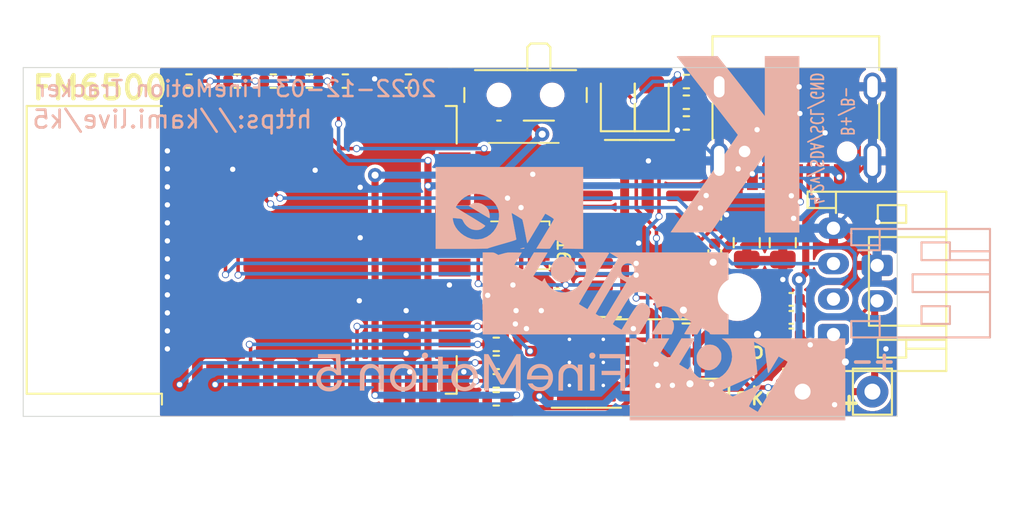
<source format=kicad_pcb>
(kicad_pcb (version 20221018) (generator pcbnew)
  (layers (0 "F.Cu" signal) (31 "B.Cu" signal) (34 "B.Paste" user) (35 "F.Paste" user) (36 "B.SilkS" user "B.Silkscreen") (37 "F.SilkS" user "F.Silkscreen") (38 "B.Mask" user) (39 "F.Mask" user) (44 "Edge.Cuts" user))
  (net 0 "")
  (net 1 "GND")
  (net 2 "Net-(U7-V3)")
  (net 3 "Net-(D1-A)")
  (net 4 "Net-(D1-K)")
  (net 5 "Net-(D2-A)")
  (net 6 "Net-(D2-K)")
  (net 7 "Net-(P1-CC)")
  (net 8 "Net-(P1-D-)")
  (net 9 "Net-(P1-D+)")
  (net 10 "Net-(U6-EN)")
  (net 11 "Net-(U2-PROG)")
  (net 12 "+3V3")
  (net 13 "Net-(U6-~{RST})")
  (net 14 "Net-(SW1-A)")
  (net 15 "BATT+")
  (net 16 "Net-(U6-GPIO2)")
  (net 17 "Net-(U6-GPIO15)")
  (net 18 "Net-(U6-GPIO12)")
  (net 20 "UART_ESP+")
  (net 21 "UART_ESP-")
  (net 32 "SDA")
  (net 33 "SCL")
  (net 34 "ADC")
  (net 37 "VBUS")
  (net 47 "VBAT")
  (footprint "LED_SMD:LED_0805_2012Metric" (layer "F.Cu") (at 124.333 57.658 90)
    (fp_text reference "D2")
    (fp_text value "LED_STDBY")
  )
  (footprint "Button_Switch_SMD:SW_SPDT_PCM12" (layer "F.Cu") (at 119.126 57.625 180)
    (fp_text reference "SW3")
    (fp_text value "SW_SPDT MAIN POWER")
  )
  (footprint "LED_SMD:LED_0805_2012Metric" (layer "F.Cu") (at 126.238 57.658 90)
    (fp_text reference "D1")
    (fp_text value "LED_CHRG")
  )
  (footprint "Resistor_SMD:R_0402_1005Metric" (layer "F.Cu") (at 128.1938 56.5404 180)
    (fp_text reference "R1")
    (fp_text value "470R")
  )
  (footprint "Resistor_SMD:R_0402_1005Metric" (layer "F.Cu") (at 128.1918 57.7088 180)
    (fp_text reference "R6")
    (fp_text value "470R")
  )
  (footprint "Resistor_SMD:R_0402_1005Metric" (layer "F.Cu") (at 117.475 72.39 180)
    (fp_text reference "R8")
    (fp_text value "10K")
  )
  (footprint "Resistor_SMD:R_0402_1005Metric" (layer "F.Cu") (at 106.934 56.515 180)
    (fp_text reference "R9")
    (fp_text value "10K")
  )
  (footprint "Resistor_SMD:R_0402_1005Metric" (layer "F.Cu") (at 108.966 56.515)
    (fp_text reference "R10")
    (fp_text value "10K")
  )
  (footprint "Resistor_SMD:R_0402_1005Metric" (layer "F.Cu") (at 117.473 74.4474 180)
    (fp_text reference "R13")
    (fp_text value "47K")
  )
  (footprint "Resistor_SMD:R_0402_1005Metric" (layer "F.Cu") (at 117.473 73.4314 180)
    (fp_text reference "R14")
    (fp_text value "12K")
  )
  (footprint "Resistor_SMD:R_0402_1005Metric" (layer "F.Cu") (at 112.522 56.515)
    (fp_text reference "R15")
    (fp_text value "10k")
  )
  (footprint "Resistor_SMD:R_0402_1005Metric" (layer "F.Cu") (at 117.475 70.358 180)
    (fp_text reference "R17")
    (fp_text value "10K")
  )
  (footprint "Package_SO:SOIC-16_3.9x9.9mm_P1.27mm" (layer "F.Cu") (at 125.5522 64.897 180)
    (fp_text reference "U7")
    (fp_text value "CH340C")
  )
  (footprint "Connector_JST:JST_PH_S4B-PH-K_1x04_P2.00mm_Horizontal" (layer "F.Cu") (at 136.488 70.818 90)
    (fp_text reference "J2")
    (fp_text value "Conn_01x04_Female")
  )
  (footprint "Connector_USB:USB_C_Receptacle_HRO_TYPE-C-31-M-12" (layer "F.Cu") (at 134.366 57.8866 180)
    (fp_text reference "P1")
    (fp_text value "USB_C_Plug_USB2.0")
  )
  (footprint "Resistor_SMD:R_0402_1005Metric" (layer "F.Cu") (at 128.1938 58.8772 180)
    (fp_text reference "R19")
    (fp_text value "5.1K")
  )
  (footprint "Resistor_SMD:R_0402_1005Metric" (layer "F.Cu") (at 102.87 56.515 180)
    (fp_text reference "R3")
    (fp_text value "2.2K")
  )
  (footprint "Package_SO:HSOP-8-1EP_3.9x4.9mm_P1.27mm_EP2.41x3.1mm_ThermalVias" (layer "F.Cu") (at 122.555 72.39)
    (fp_text reference "U2")
    (fp_text value "TP4056")
  )
  (footprint "Resistor_SMD:R_0402_1005Metric" (layer "F.Cu") (at 100.1502 56.515 180)
    (fp_text reference "R5")
    (fp_text value "10K")
  )
  (footprint "RF_Module:ESP-12E" (layer "F.Cu") (at 103.124 66.04 90)
    (fp_text reference "U6")
    (fp_text value "ESP-12F")
  )
  (footprint "Resistor_SMD:R_0402_1005Metric" (layer "F.Cu") (at 104.902 56.515)
    (fp_text reference "R7")
    (fp_text value "2.2K")
  )
  (footprint "Capacitor_SMD:C_0805_2012Metric" (layer "F.Cu") (at 131.5974 65.6336 -90)
    (fp_text reference "C19")
    (fp_text value "47uF")
  )
  (footprint "Capacitor_SMD:C_0805_2012Metric" (layer "F.Cu") (at 133.6294 65.6336 -90)
    (fp_text reference "C20")
    (fp_text value "47uF")
  )
  (footprint "Capacitor_SMD:C_0402_1005Metric" (layer "F.Cu") (at 129.794 66.167 90)
    (fp_text reference "C21")
    (fp_text value "0.1uF")
  )
  (footprint "Package_LGA:Bosch_LGA-14_3x2.5mm_P0.5mm" (layer "F.Cu") (at 118.8795 65.7825)
    (fp_text reference "U3")
    (fp_text value "BMI160")
  )
  (footprint "Capacitor_SMD:C_0402_1005Metric" (layer "F.Cu") (at 120.904 68.58)
    (fp_text reference "C3")
    (fp_text value "0.1uF")
  )
  (footprint "MountingHole:MountingHole_2.2mm_M2_DIN965" (layer "F.Cu") (at 131.064 68.707)
    (fp_text reference "REF**")
    (fp_text value "MountingHole_2.2mm_M2_DIN965")
  )
  (footprint "Capacitor_SMD:C_0402_1005Metric" (layer "F.Cu") (at 134.112 69.85 180)
    (fp_text reference "C13")
    (fp_text value "10uF")
  )
  (footprint "Package_TO_SOT_SMD:SOT-23-5" (layer "F.Cu") (at 128.778 71.755 180)
    (fp_text reference "U1")
    (fp_text value "ME6211C")
  )
  (footprint "Capacitor_SMD:C_0402_1005Metric" (layer "F.Cu") (at 120.904 69.469)
    (fp_text reference "C15")
    (fp_text value "0.1uF")
  )
  (footprint "Resistor_SMD:R_0402_1005Metric" (layer "F.Cu") (at 117.475 69.342)
    (fp_text reference "R4")
    (fp_text value "2.4K")
  )
  (footprint "Resistor_SMD:R_0402_1005Metric" (layer "F.Cu") (at 117.475 71.374 180)
    (fp_text reference "R2")
    (fp_text value "10K")
  )
  (footprint "Capacitor_SMD:C_0402_1005Metric" (layer "F.Cu") (at 129.794 64.234 90)
    (fp_text reference "C14")
    (fp_text value "0.1uF")
  )
  (footprint "Capacitor_SMD:C_0402_1005Metric" (layer "F.Cu") (at 134.112 70.8406 180)
    (fp_text reference "C1")
    (fp_text value "10uF")
  )
  (footprint "Capacitor_SMD:C_0402_1005Metric" (layer "F.Cu") (at 134.112 68.834 180)
    (fp_text reference "C10")
    (fp_text value "10uF")
  )
  (footprint "Capacitor_SMD:C_0402_1005Metric" (layer "F.Cu") (at 131.81 72.77)
    (fp_text reference "C5")
    (fp_text value "10uF")
  )
  (footprint "Connector_Pin:Pin_D0.9mm_L10.0mm_W2.4mm_FlatFork" (layer "F.Cu") (at 134.747 74.041 90)
    (fp_text reference "TP2")
    (fp_text value "Batt-")
  )
  (footprint "Connector_Pin:Pin_D0.9mm_L10.0mm_W2.4mm_FlatFork" (layer "F.Cu") (at 138.684 74.041 -90)
    (fp_text reference "TP1")
    (fp_text value "Batt+")
  )
  (footprint "mod_legacy:TS-1088R" (layer "F.Cu") (at 119.0498 61.468)
    (fp_text reference "SW1")
    (fp_text value "Option/FLASH Switch" hide)
  )
  (footprint "Connector_JST:JST_PH_S2B-PH-K_1x02_P2.00mm_Horizontal" (layer "B.Cu") (at 138.9518 66.9196 -90)
    (fp_text reference "J1")
    (fp_text value "Conn_01x02_Female")
  )
  (footprint "kamilib:FineMotion_18mm" (layer "B.Cu") (at 116.078 72.898 180)
    (fp_text reference "G***")
    (fp_text value "LOGO" hide)
  )
  (footprint "kamilib:kamilake_1100dpi" (layer "B.Cu") (at 125.603001 65.056328 180)
    (fp_text reference "G***" hide)
    (fp_text value "LOGO" hide)
  )
  (gr_line (start 90.805 55.753) (end 140.081 55.753) (stroke (width 0.05)) (layer "Edge.Cuts"))
  (gr_line (start 140.081 55.753) (end 140.081 75.438) (stroke (width 0.05)) (layer "Edge.Cuts"))
  (gr_line (start 140.081 75.438) (end 90.805 75.438) (stroke (width 0.05)) (layer "Edge.Cuts"))
  (gr_line (start 90.805 75.438) (end 90.805 55.753) (stroke (width 0.05)) (layer "Edge.Cuts"))
  (gr_text "https://kami.live/k5" (at 99.2124 58.674) (layer "B.SilkS") (effects (font (size 1 1)) (justify mirror)))
  (gr_text "4.2v/SDA/SCL/GND" (at 135.5344 59.7662 270) (layer "B.SilkS") (effects (font (size 0.7 0.5) (thickness 0.1)) (justify mirror)))
  (gr_text "B+/B-" (at 137.2616 58.2168 270) (layer "B.SilkS") (effects (font (size 0.7 0.5) (thickness 0.1)) (justify mirror)))
  (gr_text "2022-12-03 FineMotion Tracker" (at 102.8192 56.9468) (layer "B.SilkS") (effects (font (size 0.9 0.9) (thickness 0.14)) (justify mirror)))
  (gr_text "-+" (at 138.7348 72.4408 180) (layer "B.SilkS") (effects (font (size 1 1) (thickness 0.2)) (justify mirror)))
  (gr_text "v5b" (at 132.207 71.6788) (layer "F.SilkS") (effects (font (size 1 1))))
  (gr_text "-+" (at 136.7536 74.6252) (layer "F.SilkS") (effects (font (size 1 1) (thickness 0.2))))
  (gr_text "Kamilake" (at 130.048 74.295) (layer "F.SilkS") (effects (font (size 1 1))))
  (gr_text "FM6500" (at 95.123 56.896) (layer "F.SilkS") (effects (font (size 1.3 1.3) (thickness 0.25))))
  (gr_text "BMI160" (at 121.2596 65.532 270) (layer "F.SilkS") (effects (font (size 0.7 0.7) (thickness 0.12))))
  (segment (start 127.6838 58.8772) (end 127.6838 59.2816) (width 0.5) (layer "F.Cu") (net 1))
  (segment (start 129.794 65.687) (end 130.42048 65.06052) (width 0.2) (layer "F.Cu") (net 1))
  (segment (start 130.201 61.0166) (end 130.8328 61.6484) (width 0.2) (layer "F.Cu") (net 1))
  (segment (start 113.624 58.44) (end 113.624 57.107) (width 0.2) (layer "F.Cu") (net 1))
  (segment (start 120.1166 61.468) (end 119.8372 61.468) (width 0.2) (layer "F.Cu") (net 1))
  (segment (start 117.985 69.342) (end 118.4656 69.342) (width 0.4) (layer "F.Cu") (net 1))
  (segment (start 120.424 68.58) (end 120.424 69.469) (width 0.5) (layer "F.Cu") (net 1))
  (segment (start 118.8795 66.795) (end 118.8865 66.802) (width 0.2) (layer "F.Cu") (net 1))
  (segment (start 130.683 63.752) (end 130.5072 63.752) (width 0.2) (layer "F.Cu") (net 1))
  (segment (start 131.116 61.9316) (end 129.794 63.2536) (width 0.2) (layer "F.Cu") (net 1))
  (segment (start 112.395 69.469) (end 112.395 70.866) (width 0.4) (layer "F.Cu") (net 1))
  (segment (start 137.930521 60.207203) (end 137.159318 59.436) (width 0.2) (layer "F.Cu") (net 1))
  (segment (start 129.9155 71.755) (end 131.257 71.755) (width 0.5) (layer "F.Cu") (net 1))
  (segment (start 130.683 63.752) (end 130.683 62.3646) (width 0.2) (layer "F.Cu") (net 1))
  (segment (start 118.4656 69.342) (end 118.7443 69.6207) (width 0.4) (layer "F.Cu") (net 1))
  (segment (start 133.5278 70.9448) (end 133.632 70.8406) (width 0.4) (layer "F.Cu") (net 1))
  (segment (start 136.8502 64.818) (end 138.9518 66.9196) (width 0.4) (layer "F.Cu") (net 1))
  (segment (start 137.616 61.9316) (end 137.930521 61.617079) (width 0.2) (layer "F.Cu") (net 1))
  (segment (start 130.046 56.8366) (end 134.5524 56.8366) (width 0.2) (layer "F.Cu") (net 1))
  (segment (start 112.5982 72.0852) (end 112.395 71.882) (width 0.2) (layer "F.Cu") (net 1))
  (segment (start 134.5524 56.8366) (end 138.686 56.8366) (width 0.2) (layer "F.Cu") (net 1))
  (segment (start 131.451 71.561) (end 132.207 70.805) (width 0.5) (layer "F.Cu") (net 1))
  (segment (start 112.395 62.485) (end 112.395 64.3128) (width 0.4) (layer "F.Cu") (net 1))
  (segment (start 119.589859 73.025) (end 118.78048 72.215621) (width 0.25) (layer "F.Cu") (net 1))
  (segment (start 119.8372 61.468) (end 119.5324 61.7728) (width 0.2) (layer "F.Cu") (net 1))
  (segment (start 132.29 72.4) (end 131.451 71.561) (width 0.4) (layer "F.Cu") (net 1))
  (segment (start 112.395 70.866) (end 112.395 71.882) (width 0.4) (layer "F.Cu") (net 1))
  (segment (start 127.6838 59.2816) (end 127.6858 59.2836) (width 0.5) (layer "F.Cu") (net 1))
  (segment (start 136.488 64.818) (end 136.8502 64.818) (width 0.4) (layer "F.Cu") (net 1))
  (segment (start 119.1768 70.485) (end 119.905 70.485) (width 0.25) (layer "F.Cu") (net 1))
  (segment (start 133.5278 72.0344) (end 133.0256 72.0344) (width 0.4) (layer "F.Cu") (net 1))
  (segment (start 119.892 61.468) (end 120.1166 61.468) (width 0.2) (layer "F.Cu") (net 1))
  (segment (start 131.257 71.755) (end 131.451 71.561) (width 0.5) (layer "F.Cu") (net 1))
  (segment (start 130.5072 64.006) (end 130.4544 64.0588) (width 0.25) (layer "F.Cu") (net 1))
  (segment (start 138.531 61.0166) (end 137.616 61.9316) (width 0.2) (layer "F.Cu") (net 1))
  (segment (start 130.046 61.0166) (end 130.201 61.0166) (width 0.2) (layer "F.Cu") (net 1))
  (segment (start 128.7171 70.1294) (end 128.0272 69.4395) (width 0.25) (layer "F.Cu") (net 1))
  (segment (start 136.7 64.818) (end 138.811 66.929) (width 0.2) (layer "F.Cu") (net 1))
  (segment (start 136.8298 72.0344) (end 133.5278 72.0344) (width 0.4) (layer "F.Cu") (net 1))
  (segment (start 119.0407 69.6207) (end 119.905 70.485) (width 0.4) (layer "F.Cu") (net 1))
  (segment (start 119.1514 70.485) (end 119.1768 70.485) (width 0.25) (layer "F.Cu") (net 1))
  (segment (start 118.8865 66.802) (end 119.3795 66.802) (width 0.2) (layer "F.Cu") (net 1))
  (segment (start 137.616 61.9316) (end 137.59448 61.95312) (width 0.4) (layer "F.Cu") (net 1))
  (segment (start 132.207 70.805) (end 131.249072 70.805) (width 0.25) (layer "F.Cu") (net 1))
  (segment (start 130.5072 63.752) (end 130.5072 64.006) (width 0.25) (layer "F.Cu") (net 1))
  (segment (start 130.573472 70.1294) (end 128.7171 70.1294) (width 0.25) (layer "F.Cu") (net 1))
  (segment (start 112.5982 72.9234) (end 112.5982 72.0852) (width 0.2) (layer "F.Cu") (net 1))
  (segment (start 112.395 64.3128) (end 112.395 69.469) (width 0.4) (layer "F.Cu") (net 1))
  (segment (start 120.015 69.469) (end 120.424 69.469) (width 0.5) (layer "F.Cu") (net 1))
  (segment (start 130.42048 65.06052) (end 130.42048 64.38048) (width 0.2) (layer "F.Cu") (net 1))
  (segment (start 113.624 58.44) (end 113.624 59.19) (width 0.4) (layer "F.Cu") (net 1))
  (segment (start 137.159318 59.436) (end 136.017 59.436) (width 0.2) (layer "F.Cu") (net 1))
  (segment (start 137.16 72.3646) (end 136.8298 72.0344) (width 0.4) (layer "F.Cu") (net 1))
  (segment (start 119.905 70.485) (end 120.995 70.485) (width 0.4) (layer "F.Cu") (net 1))
  (segment (start 133.5278 72.0344) (end 133.5278 70.9448) (width 0.4) (layer "F.Cu") (net 1))
  (segment (start 119.4986 73.4314) (end 119.905 73.025) (width 0.2) (layer "F.Cu") (net 1))
  (segment (start 117.983 73.4314) (end 119.4986 73.4314) (width 0.2) (layer "F.Cu") (net 1))
  (segment (start 133.0256 72.0344) (end 132.29 72.77) (width 0.4) (layer "F.Cu") (net 1))
  (segment (start 113.624 59.19) (end 112.395 60.419) (width 0.4) (layer "F.Cu") (net 1))
  (segment (start 130.683 62.3646) (end 131.116 61.9316) (width 0.2) (layer "F.Cu") (net 1))
  (segment (start 136.488 64.818) (end 136.7 64.818) (width 0.2) (layer "F.Cu") (net 1))
  (segment (start 130.5072 63.752) (end 129.796 63.752) (width 0.2) (layer "F.Cu") (net 1))
  (segment (start 130.8328 61.6484) (end 131.116 61.9316) (width 0.2) (layer "F.Cu") (net 1))
  (segment (start 119.905 69.988) (end 120.424 69.469) (width 0.4) (layer "F.Cu") (net 1))
  (segment (start 133.632 70.8406) (end 133.632 67.7138) (width 0.4) (layer "F.Cu") (net 1))
  (segment (start 112.395 60.419) (end 112.395 62.485) (width 0.4) (layer "F.Cu") (net 1))
  (segment (start 120.1166 61.468) (end 121.2748 61.468) (width 0.2) (layer "F.Cu") (net 1))
  (segment (start 113.624 57.107) (end 113.032 56.515) (width 0.2) (layer "F.Cu") (net 1))
  (segment (start 119.905 70.485) (end 119.905 69.988) (width 0.4) (layer "F.Cu") (net 1))
  (segment (start 119.3795 66.802) (end 119.3795 67.5355) (width 0.2) (layer "F.Cu") (net 1))
  (segment (start 129.796 63.752) (end 129.794 63.754) (width 0.2) (layer "F.Cu") (net 1))
  (segment (start 133.632 68.834) (end 133.632 66.51) (width 0.2) (layer "F.Cu") (net 1))
  (segment (start 129.794 63.2536) (end 129.794 63.754) (width 0.2) (layer "F.Cu") (net 1))
  (segment (start 131.249072 70.805) (end 130.573472 70.1294) (width 0.25) (layer "F.Cu") (net 1))
  (segment (start 129.794 63.754) (end 129.80093 63.754) (width 0.25) (layer "F.Cu") (net 1))
  (segment (start 137.930521 61.617079) (end 137.930521 60.207203) (width 0.2) (layer "F.Cu") (net 1))
  (segment (start 118.78048 70.85592) (end 119.1514 70.485) (width 0.25) (layer "F.Cu") (net 1))
  (segment (start 133.632 67.818) (end 133.632 68.834) (width 0.2) (layer "F.Cu") (net 1))
  (segment (start 119.3795 67.5355) (end 120.424 68.58) (width 0.2) (layer "F.Cu") (net 1))
  (segment (start 129.80093 63.754) (end 130.423945 64.377015) (width 0.25) (layer "F.Cu") (net 1))
  (segment (start 133.632 68.834) (end 133.632 70.8406) (width 0.2) (layer "F.Cu") (net 1))
  (segment (start 118.78048 72.215621) (end 118.78048 70.85592) (width 0.25) (layer "F.Cu") (net 1))
  (segment (start 138.686 61.0166) (end 138.531 61.0166) (width 0.2) (layer "F.Cu") (net 1))
  (segment (start 119.905 73.025) (end 119.589859 73.025) (width 0.25) (layer "F.Cu") (net 1))
  (segment (start 120.995 70.485) (end 121.6 71.09) (width 0.4) (layer "F.Cu") (net 1))
  (segment (start 130.42048 64.38048) (end 129.794 63.754) (width 0.2) (layer "F.Cu") (net 1))
  (segment (start 133.477 66.5836) (end 131.445 66.5836) (width 0.4) (layer "F.Cu") (net 1))
  (segment (start 132.29 72.77) (end 132.29 72.4) (width 0.4) (layer "F.Cu") (net 1))
  (segment (start 133.632 67.7138) (end 133.632 66.51) (width 0.4) (layer "F.Cu") (net 1))
  (segment (start 138.686 56.8366) (end 138.686 61.0166) (width 0.2) (layer "F.Cu") (net 1))
  (segment (start 118.7443 69.6207) (end 119.0407 69.6207) (width 0.4) (layer "F.Cu") (net 1))
  (via (at 98.933 67.564) (size 0.4) (drill 0.3) (layers "F.Cu" "B.Cu") (net 1))
  (via (at 112.395 71.882) (size 0.4) (drill 0.3) (layers "F.Cu" "B.Cu") (net 1))
  (via (at 98.933 68.58) (size 0.4) (drill 0.3) (layers "F.Cu" "B.Cu") (net 1))
  (via (at 98.933 63.5) (size 0.4) (drill 0.3) (layers "F.Cu" "B.Cu") (net 1))
  (via (at 125.5014 65.659) (size 0.4) (drill 0.3) (layers "F.Cu" "B.Cu") (net 1))
  (via (at 107.2642 61.5442) (size 0.4) (drill 0.3) (layers "F.Cu" "B.Cu") (net 1))
  (via (at 136.017 59.436) (size 0.4) (drill 0.3) (layers "F.Cu" "B.Cu") (net 1))
  (via (at 98.933 70.612) (size 0.4) (drill 0.3) (layers "F.Cu" "B.Cu") (net 1))
  (via (at 127.4064 73.6854) (size 0.4) (drill 0.3) (layers "F.Cu" "B.Cu") (net 1))
  (via (at 109.8042 62.5094) (size 0.4) (drill 0.3) (layers "F.Cu" "B.Cu") (net 1))
  (via (at 114.8334 68.0212) (size 0.4) (drill 0.3) (layers "F.Cu" "B.Cu") (net 1))
  (via (at 138.9888 64.4652) (size 0.4) (drill 0.3) (layers "F.Cu" "B.Cu") (net 1))
  (via (at 137.16 72.3646) (size 0.8) (drill 0.4) (layers "F.Cu" "B.Cu") (net 1))
  (via (at 115.6462 72.9234) (size 0.4) (drill 0.3) (layers "F.Cu" "B.Cu") (net 1))
  (via (at 98.933 62.484) (size 0.4) (drill 0.3) (layers "F.Cu" "B.Cu") (net 1))
  (via (at 139.446 71.628) (size 0.4) (drill 0.3) (layers "F.Cu" "B.Cu") (net 1))
  (via (at 112.395 70.866) (size 0.4) (drill 0.3) (layers "F.Cu" "B.Cu") (net 1))
  (via (at 109.8042 65.3542) (size 0.4) (drill 0.3) (layers "F.Cu" "B.Cu") (net 1))
  (via (at 98.933 71.628) (size 0.4) (drill 0.3) (layers "F.Cu" "B.Cu") (net 1))
  (via (at 120.015 69.469) (size 0.4) (drill 0.3) (layers "F.Cu" "B.Cu") (net 1))
  (via (at 119.1768 70.485) (size 0.4) (drill 0.3) (layers "F.Cu" "B.Cu") (net 1))
  (via (at 98.933 64.516) (size 0.4) (drill 0.3) (layers "F.Cu" "B.Cu") (net 1))
  (via (at 98.933 65.532) (size 0.4) (drill 0.3) (layers "F.Cu" "B.Cu") (net 1))
  (via (at 109.7534 68.9102) (size 0.4) (drill 0.3) (layers "F.Cu" "B.Cu") (net 1))
  (via (at 118.5926 69.469) (size 0.4) (drill 0.3) (layers "F.Cu" "B.Cu") (net 1))
  (via (at 130.4544 64.0588) (size 0.4) (drill 0.3) (layers "F.Cu" "B.Cu") (net 1))
  (via (at 128.0272 69.4395) (size 0.8) (drill 0.4) (layers "F.Cu" "B.Cu") (net 1))
  (via (at 127.6858 59.2836) (size 0.4) (drill 0.3) (layers "F.Cu" "B.Cu") (net 1))
  (via (at 129.6162 73.6346) (size 0.4) (drill 0.3) (layers "F.Cu" "B.Cu") (net 1))
  (via (at 136.5504 74.7776) (size 0.4) (drill 0.3) (layers "F.Cu" "B.Cu") (net 1))
  (via (at 132.207 70.805) (size 0.8) (drill 0.4) (layers "F.Cu" "B.Cu") (net 1))
  (via (at 112.5982 72.9234) (size 0.4) (drill 0.3) (layers "F.Cu" "B.Cu") (net 1))
  (via (at 112.395 69.469) (size 0.4) (drill 0.3) (layers "F.Cu" "B.Cu") (net 1))
  (via (at 98.933 61.468) (size 0.4) (drill 0.3) (layers "F.Cu" "B.Cu") (net 1))
  (via (at 133.632 67.7138) (size 0.4) (drill 0.3) (layers "F.Cu" "B.Cu") (net 1))
  (via (at 126.0544 61.0166) (size 0.4) (drill 0.3) (layers "F.Cu" "B.Cu") (net 1))
  (via (at 102.616 61.4934) (size 0.4) (drill 0.3) (layers "F.Cu" "B.Cu") (net 1))
  (via (at 98.933 66.548) (size 0.4) (drill 0.3) (layers "F.Cu" "B.Cu") (net 1))
  (via (at 119.5324 61.7728) (size 0.4) (drill 0.3) (layers "F.Cu" "B.Cu") (net 1))
  (via (at 98.933 60.452) (size 0.4) (drill 0.3) (layers "F.Cu" "B.Cu") (net 1))
  (via (at 98.933 69.596) (size 0.4) (drill 0.3) (layers "F.Cu" "B.Cu") (net 1))
  (via (at 134.5946 58.3438) (size 0.4) (drill 0.3) (layers "F.Cu" "B.Cu") (net 1))
  (via (at 131.1148 61.468) (size 0.4) (drill 0.3) (layers "F.Cu" "B.Cu") (net 1))
  (via (at 134.5524 56.8366) (size 0.4) (drill 0.3) (layers "F.Cu" "B.Cu") (net 1))
  (via (at 110.617 56.388) (size 0.4) (drill 0.3) (layers "F.Cu" "B.Cu") (net 1))
  (segment (start 120.015 69.469) (end 118.5926 69.469) (width 0.2) (layer "B.Cu") (net 1))
  (segment (start 130.4544 64.0588) (end 131.2136 64.818) (width 0.25) (layer "B.Cu") (net 1))
  (segment (start 98.933 71.628) (end 98.933 60.452) (width 0.3) (layer "B.Cu") (net 1))
  (segment (start 138.9518 66.9196) (end 138.9518 67.131338) (width 0.5) (layer "B.Cu") (net 1))
  (segment (start 130.046 61.0166) (end 126.0544 61.0166) (width 0.2) (layer "B.Cu") (net 1))
  (segment (start 128.1295 69.4395) (end 128.0272 69.4395) (width 0.5) (layer "B.Cu") (net 1))
  (segment (start 134.747 74.041) (end 135.4836 74.041) (width 0.4) (layer "B.Cu") (net 1))
  (segment (start 120.2886 61.0166) (end 119.5324 61.7728) (width 0.2) (layer "B.Cu") (net 1))
  (segment (start 138.9518 67.131338) (end 137.839569 68.243569) (width 0.5) (layer "B.Cu") (net 1))
  (segment (start 128.313 59.2836) (end 127.6858 59.2836) (width 0.2) (layer "B.Cu") (net 1))
  (segment (start 138.9518 67.2708) (end 137.68752 68.53508) (width 0.25) (layer "B.Cu") (net 1))
  (segment (start 137.68752 68.53508) (end 137.68752 71.83708) (width 0.25) (layer "B.Cu") (net 1))
  (segment (start 138.9518 66.9196) (end 138.9518 67.2708) (width 0.25) (layer "B.Cu") (net 1))
  (segment (start 130.046 61.0166) (end 128.313 59.2836) (width 0.2) (layer "B.Cu") (net 1))
  (segment (start 130.046 61.0166) (end 130.046 56.8366) (width 0.25) (layer "B.Cu") (net 1))
  (segment (start 126.0544 61.0166) (end 120.2886 61.0166) (width 0.2) (layer "B.Cu") (net 1))
  (segment (start 135.4836 74.041) (end 137.16 72.3646) (width 0.4) (layer "B.Cu") (net 1))
  (segment (start 131.2136 64.818) (end 136.488 64.818) (width 0.25) (layer "B.Cu") (net 1))
  (segment (start 137.68752 71.83708) (end 137.16 72.3646) (width 0.25) (layer "B.Cu") (net 1))
  (segment (start 138.686 61.0166) (end 138.686 62.62) (width 0.2) (layer "B.Cu") (net 1))
  (segment (start 138.686 62.62) (end 136.488 64.818) (width 0.2) (layer "B.Cu") (net 1))
  (segment (start 129.794 64.714) (end 128.976 65.532) (width 0.2) (layer "F.Cu") (net 2))
  (segment (start 128.976 65.532) (end 128.0272 65.532) (width 0.2) (layer "F.Cu") (net 2))
  (segment (start 127.6818 57.7088) (end 127.1501 57.7088) (width 0.2) (layer "F.Cu") (net 3))
  (segment (start 127.1501 57.7088) (end 126.1618 56.7205) (width 0.2) (layer "F.Cu") (net 3))
  (segment (start 125.7554 71.755) (end 126.492 72.4916) (width 0.2) (layer "F.Cu") (net 4))
  (segment (start 126.5998 58.5955) (end 126.7714 58.7671) (width 0.2) (layer "F.Cu") (net 4))
  (segment (start 125.205 71.755) (end 125.7554 71.755) (width 0.2) (layer "F.Cu") (net 4))
  (segment (start 126.6527 64.1519) (end 126.6527 58.8858) (width 0.2) (layer "F.Cu") (net 4))
  (segment (start 126.6527 58.8858) (end 126.7714 58.7671) (width 0.2) (layer "F.Cu") (net 4))
  (via (at 126.6527 64.1519) (size 0.4) (drill 0.3) (layers "F.Cu" "B.Cu") (net 4))
  (via (at 126.492 72.4916) (size 0.4) (drill 0.3) (layers "F.Cu" "B.Cu") (net 4))
  (segment (start 125.6792 71.6788) (end 126.0094 71.3486) (width 0.2) (layer "B.Cu") (net 4))
  (segment (start 126.6527 64.2283) (end 126.6527 64.1519) (width 0.2) (layer "B.Cu") (net 4))
  (segment (start 126.0094 64.8716) (end 126.6527 64.2283) (width 0.2) (layer "B.Cu") (net 4))
  (segment (start 126.0094 71.3486) (end 126.0094 64.8716) (width 0.2) (layer "B.Cu") (net 4))
  (segment (start 126.492 72.4916) (end 125.6792 71.6788) (width 0.2) (layer "B.Cu") (net 4))
  (segment (start 125.22 57.62) (end 125.22 57.6075) (width 0.2) (layer "F.Cu") (net 5))
  (segment (start 125.22 57.6075) (end 124.333 56.7205) (width 0.2) (layer "F.Cu") (net 5))
  (via (at 125.22 57.62) (size 0.4) (drill 0.3) (layers "F.Cu" "B.Cu") (net 5))
  (via (at 127.691395 56.161395) (size 0.4) (drill 0.3) (layers "F.Cu" "B.Cu") (net 5))
  (segment (start 126.2996 56.5404) (end 125.22 57.62) (width 0.2) (layer "B.Cu") (net 5))
  (segment (start 127.3048 56.5404) (end 127.31239 56.5404) (width 0.2) (layer "B.Cu") (net 5))
  (segment (start 127.3048 56.5404) (end 126.2996 56.5404) (width 0.2) (layer "B.Cu") (net 5))
  (segment (start 127.31239 56.5404) (end 127.691395 56.161395) (width 0.2) (layer "B.Cu") (net 5))
  (segment (start 126.5089 64.88) (end 126.5089 65.3796) (width 0.2) (layer "F.Cu") (net 6))
  (segment (start 124.5355 58.5955) (end 125.37 59.43) (width 0.2) (layer "F.Cu") (net 6))
  (segment (start 125.37 59.43) (end 125.37 63.7411) (width 0.2) (layer "F.Cu") (net 6))
  (segment (start 125.9231 73.025) (end 126.5936 73.6955) (width 0.2) (layer "F.Cu") (net 6))
  (segment (start 125.205 73.025) (end 125.9231 73.025) (width 0.2) (layer "F.Cu") (net 6))
  (segment (start 124.333 58.5955) (end 124.5355 58.5955) (width 0.2) (layer "F.Cu") (net 6))
  (segment (start 125.37 63.7411) (end 126.5089 64.88) (width 0.2) (layer "F.Cu") (net 6))
  (via (at 126.5089 65.3796) (size 0.4) (drill 0.3) (layers "F.Cu" "B.Cu") (net 6))
  (via (at 126.5936 73.6955) (size 0.4) (drill 0.3) (layers "F.Cu" "B.Cu") (net 6))
  (segment (start 127.0508 72.1868) (end 126.40892 71.54492) (width 0.2) (layer "B.Cu") (net 6))
  (segment (start 126.5936 73.6955) (end 127.0508 73.2383) (width 0.2) (layer "B.Cu") (net 6))
  (segment (start 126.40892 71.54492) (end 126.5089 71.44494) (width 0.2) (layer "B.Cu") (net 6))
  (segment (start 127.0508 73.2383) (end 127.0508 72.1868) (width 0.2) (layer "B.Cu") (net 6))
  (segment (start 126.5089 71.44494) (end 126.5089 65.3796) (width 0.2) (layer "B.Cu") (net 6))
  (segment (start 130.820518 58.8772) (end 132.616 60.672682) (width 0.2) (layer "F.Cu") (net 7))
  (segment (start 135.616 61.9316) (end 135.616 60.890914) (width 0.2) (layer "F.Cu") (net 7))
  (segment (start 135.146427 60.421341) (end 132.364659 60.421341) (width 0.2) (layer "F.Cu") (net 7))
  (segment (start 128.7038 58.8772) (end 130.820518 58.8772) (width 0.2) (layer "F.Cu") (net 7))
  (segment (start 135.616 60.890914) (end 135.146427 60.421341) (width 0.2) (layer "F.Cu") (net 7))
  (segment (start 132.616 60.672682) (end 132.616 61.9316) (width 0.2) (layer "F.Cu") (net 7))
  (segment (start 128.04658 62.97262) (end 128.0272 62.992) (width 0.3) (layer "F.Cu") (net 8))
  (segment (start 135.116 60.9566) (end 135.066 60.9066) (width 0.2) (layer "F.Cu") (net 8))
  (segment (start 135.066 60.9066) (end 134.2924 60.9066) (width 0.2) (layer "F.Cu") (net 8))
  (segment (start 129.3114 62.97262) (end 128.04658 62.97262) (width 0.3) (layer "F.Cu") (net 8))
  (segment (start 134.116 62.861976) (end 134.116 61.9316) (width 0.2) (layer "F.Cu") (net 8))
  (segment (start 135.116 61.9316) (end 135.116 60.9566) (width 0.2) (layer "F.Cu") (net 8))
  (segment (start 134.116 61.083) (end 134.116 61.9316) (width 0.2) (layer "F.Cu") (net 8))
  (segment (start 134.2924 60.9066) (end 134.116 61.083) (width 0.2) (layer "F.Cu") (net 8))
  (via (at 129.3114 62.97262) (size 0.4) (drill 0.3) (layers "F.Cu" "B.Cu") (net 8))
  (via (at 134.112 62.986157) (size 0.4) (drill 0.3) (layers "F.Cu" "B.Cu") (net 8))
  (segment (start 133.991819 62.986157) (end 129.324937 62.986157) (width 0.3) (layer "B.Cu") (net 8))
  (segment (start 129.324937 62.986157) (end 129.3114 62.97262) (width 0.3) (layer "B.Cu") (net 8))
  (segment (start 134.616 61.9316) (end 134.616 63.239252) (width 0.2) (layer "F.Cu") (net 9))
  (segment (start 133.604 63.246) (end 133.858 63.5) (width 0.2) (layer "F.Cu") (net 9))
  (segment (start 134.616 63.239252) (end 134.524854 63.330398) (width 0.2) (layer "F.Cu") (net 9))
  (segment (start 133.604 62.9186) (end 133.604 63.246) (width 0.2) (layer "F.Cu") (net 9))
  (segment (start 133.858 63.5) (end 134.493 63.5) (width 0.2) (layer "F.Cu") (net 9))
  (segment (start 128.986848 63.674748) (end 128.614452 63.674748) (width 0.2) (layer "F.Cu") (net 9))
  (segment (start 128.614452 63.674748) (end 128.0272 64.262) (width 0.2) (layer "F.Cu") (net 9))
  (segment (start 133.616 61.9316) (end 133.616 62.9066) (width 0.2) (layer "F.Cu") (net 9))
  (segment (start 133.616 62.9066) (end 133.604 62.9186) (width 0.2) (layer "F.Cu") (net 9))
  (via (at 134.62 63.330398) (size 0.4) (drill 0.3) (layers "F.Cu" "B.Cu") (net 9))
  (via (at 128.986848 63.674748) (size 0.4) (drill 0.3) (layers "F.Cu" "B.Cu") (net 9))
  (segment (start 134.399598 63.5508) (end 134.62 63.330398) (width 0.2) (layer "B.Cu") (net 9))
  (segment (start 129.110796 63.5508) (end 134.399598 63.5508) (width 0.2) (layer "B.Cu") (net 9))
  (segment (start 128.986848 63.674748) (end 129.110796 63.5508) (width 0.2) (layer "B.Cu") (net 9))
  (segment (start 103.624 73.64) (end 103.624 71.4422) (width 0.2) (layer "F.Cu") (net 10))
  (segment (start 116.965 71.374) (end 116.423502 71.374) (width 0.2) (layer "F.Cu") (net 10))
  (segment (start 103.624 71.4422) (end 103.5558 71.374) (width 0.2) (layer "F.Cu") (net 10))
  (via (at 103.5558 71.374) (size 0.4) (drill 0.3) (layers "F.Cu" "B.Cu") (net 10))
  (via (at 116.423502 71.374) (size 0.4) (drill 0.3) (layers "F.Cu" "B.Cu") (net 10))
  (segment (start 116.423502 71.374) (end 103.5558 71.374) (width 0.2) (layer "B.Cu") (net 10))
  (segment (start 116.9924 68.6054) (end 116.9924 69.3146) (width 0.2) (layer "F.Cu") (net 11))
  (segment (start 119.905 71.755) (end 119.38 71.755) (width 0.2) (layer "F.Cu") (net 11))
  (segment (start 116.9924 69.3146) (end 116.965 69.342) (width 0.2) (layer "F.Cu") (net 11))
  (via (at 116.9924 68.6054) (size 0.4) (drill 0.3) (layers "F.Cu" "B.Cu") (net 11))
  (via (at 119.38 71.755) (size 0.4) (drill 0.3) (layers "F.Cu" "B.Cu") (net 11))
  (segment (start 119.38 71.755) (end 116.9924 69.3674) (width 0.2) (layer "B.Cu") (net 11))
  (segment (start 116.9924 69.3674) (end 116.9924 68.6054) (width 0.2) (layer "B.Cu") (net 11))
  (segment (start 118.3795 66.5565) (end 118.399 66.576) (width 0.2) (layer "F.Cu") (net 12))
  (segment (start 129.794 66.647) (end 129.906996 66.647) (width 0.4) (layer "F.Cu") (net 12))
  (segment (start 121.094207 63.8128) (end 121.3866 64.105193) (width 0.2) (layer "F.Cu") (net 12))
  (segment (start 101.346 56.515) (end 100.7872 56.515) (width 0.2) (layer "F.Cu") (net 12))
  (segment (start 129.906996 66.647) (end 130.47288 66.081116) (width 0.4) (layer "F.Cu") (net 12))
  (segment (start 120.142 66.5325) (end 120.142 66.7766) (width 0.2) (layer "F.Cu") (net 12))
  (segment (start 113.7666 66.2178) (end 116.300822 66.2178) (width 0.2) (layer "F.Cu") (net 12))
  (segment (start 133.477 64.6836) (end 131.445 64.6836) (width 0.4) (layer "F.Cu") (net 12))
  (segment (start 129.794 67.915917) (end 128.969917 68.74) (width 0.2) (layer "F.Cu") (net 12))
  (segment (start 129.794 66.647) (end 130.42048 66.02052) (width 0.2) (layer "F.Cu") (net 12))
  (segment (start 130.50352 65.77748) (end 130.50352 66.050476) (width 0.4) (layer "F.Cu") (net 12))
  (segment (start 131.445 65.046107) (end 130.922653 65.568453) (width 0.25) (layer "F.Cu") (net 12))
  (segment (start 130.50352 66.050476) (end 129.906996 66.647) (width 0.4) (layer "F.Cu") (net 12))
  (segment (start 121.3866 64.105193) (end 121.3866 68.0212) (width 0.2) (layer "F.Cu") (net 12))
  (segment (start 121.3866 68.0212) (end 121.3866 68.5774) (width 0.2) (layer "F.Cu") (net 12))
  (segment (start 117.985 70.358) (end 117.985 72.39) (width 0.4) (layer "F.Cu") (net 12))
  (segment (start 131.4958 64.95213) (end 129.80093 66.647) (width 0.25) (layer "F.Cu") (net 12))
  (segment (start 131.445 64.7954) (end 131.445 64.455) (width 0.2) (layer "F.Cu") (net 12))
  (segment (start 121.3866 68.5774) (end 121.384 68.58) (width 0.2) (layer "F.Cu") (net 12))
  (segment (start 129.80093 66.647) (end 129.794 66.647) (width 0.25) (layer "F.Cu") (net 12))
  (segment (start 113.624 66.0752) (end 113.624 62.4234) (width 0.4) (layer "F.Cu") (net 12))
  (segment (start 103.886 56.515) (end 104.392 56.515) (width 0.2) (layer "F.Cu") (net 12))
  (segment (start 129.894907 66.647) (end 130.922653 65.619254) (width 0.25) (layer "F.Cu") (net 12))
  (segment (start 130.47288 66.081116) (end 130.47288 66.069026) (width 0.4) (layer "F.Cu") (net 12))
  (segment (start 100.7872 56.515) (end 100.6602 56.388) (width 0.2) (layer "F.Cu") (net 12))
  (segment (start 130.42048 65.81992) (end 131.445 64.7954) (width 0.2) (layer "F.Cu") (net 12))
  (segment (start 120.142 66.7766) (end 121.3866 68.0212) (width 0.2) (layer "F.Cu") (net 12))
  (segment (start 131.5974 64.6836) (end 130.50352 65.77748) (width 0.4) (layer "F.Cu") (net 12))
  (segment (start 128.969917 68.74) (end 125.3813 68.74) (width 0.2) (layer "F.Cu") (net 12))
  (segment (start 108.585 56.771) (end 108.585 58.928) (width 0.2) (layer "F.Cu") (net 12))
  (segment (start 129.794 66.647) (end 129.894907 66.647) (width 0.25) (layer "F.Cu") (net 12))
  (segment (start 131.4958 64.6836) (end 131.4958 64.95213) (width 0.25) (layer "F.Cu") (net 12))
  (segment (start 113.624 73.64) (end 113.624 66.0752) (width 0.4) (layer "F.Cu") (net 12))
  (segment (start 131.445 64.455) (end 133.477 64.455) (width 0.2) (layer "F.Cu") (net 12))
  (segment (start 116.459 66.375978) (end 116.459 67.945) (width 0.2) (layer "F.Cu") (net 12))
  (segment (start 107.444 56.515) (end 107.95 56.515) (width 0.2) (layer "F.Cu") (net 12))
  (segment (start 108.456 56.515) (end 107.95 56.515) (width 0.2) (layer "F.Cu") (net 12))
  (segment (start 127.6405 72.705) (end 127.6405 72.8406) (width 0.4) (layer "F.Cu") (net 12))
  (segment (start 131.445 64.6836) (end 131.445 65.046107) (width 0.25) (layer "F.Cu") (net 12))
  (segment (start 118.399 66.576) (end 118.399 68.0054) (width 0.2) (layer "F.Cu") (net 12))
  (segment (start 108.456 56.642) (end 108.585 56.771) (width 0.2) (layer "F.Cu") (net 12))
  (segment (start 119.3795 64.2625) (end 119.8292 63.8128) (width 0.2) (layer "F.Cu") (net 12))
  (segment (start 117.985 70.358) (end 118.4148 70.358) (width 0.2) (layer "F.Cu") (net 12))
  (segment (start 103.507 56.515) (end 103.886 56.515) (width 0.2) (layer "F.Cu") (net 12))
  (segment (start 119.3795 64.5315) (end 119.3795 64.2625) (width 0.2) (layer "F.Cu") (net 12))
  (segment (start 119.8292 63.8128) (end 121.094207 63.8128) (width 0.2) (layer "F.Cu") (net 12))
  (segment (start 130.922653 65.619254) (end 130.922653 65.568453) (width 0.25) (layer "F.Cu") (net 12))
  (segment (start 118.4148 70.358) (end 118.5521 70.2207) (width 0.2) (layer "F.Cu") (net 12))
  (segment (start 113.7666 66.2178) (end 113.624 66.0752) (width 0.2) (layer "F.Cu") (net 12))
  (segment (start 129.794 66.647) (end 129.794 67.915917) (width 0.2) (layer "F.Cu") (net 12))
  (segment (start 130.47288 66.069026) (end 130.617853 65.924053) (width 0.4) (layer "F.Cu") (net 12))
  (segment (start 113.624 62.4234) (end 113.624 61.001) (width 0.4) (layer "F.Cu") (net 12))
  (segment (start 130.42048 66.02052) (end 130.42048 65.81992) (width 0.2) (layer "F.Cu") (net 12))
  (segment (start 125.3813 68.74) (end 125.3635 68.7578) (width 0.2) (layer "F.Cu") (net 12))
  (segment (start 127.6405 72.8406) (end 128.397 73.5971) (width 0.4) (layer "F.Cu") (net 12))
  (segment (start 116.300822 66.2178) (end 116.459 66.375978) (width 0.2) (layer "F.Cu") (net 12))
  (via (at 113.624 61.001) (size 0.4) (drill 0.3) (layers "F.Cu" "B.Cu") (net 12))
  (via (at 125.3635 68.7578) (size 0.4) (drill 0.3) (layers "F.Cu" "B.Cu") (net 12))
  (via (at 107.95 56.515) (size 0.4) (drill 0.3) (layers "F.Cu" "B.Cu") (net 12))
  (via (at 118.5521 70.2207) (size 0.4) (drill 0.3) (layers "F.Cu" "B.Cu") (net 12))
  (via (at 108.585 58.928) (size 0.4) (drill 0.3) (layers "F.Cu" "B.Cu") (net 12))
  (via (at 116.459 67.945) (size 0.4) (drill 0.3) (layers "F.Cu" "B.Cu") (net 12))
  (via (at 134.239 64.262) (size 0.4) (drill 0.3) (layers "F.Cu" "B.Cu") (net 12))
  (via (at 121.3866 68.0212) (size 0.4) (drill 0.3) (layers "F.Cu" "B.Cu") (net 12))
  (via (at 118.4148 68.0212) (size 0.4) (drill 0.3) (layers "F.Cu" "B.Cu") (net 12))
  (via (at 129.704478 66.736522) (size 0.8) (drill 0.4) (layers "F.Cu" "B.Cu") (net 12))
  (via (at 103.886 56.515) (size 0.4) (drill 0.3) (layers "F.Cu" "B.Cu") (net 12))
  (via (at 101.346 56.515) (size 0.4) (drill 0.3) (layers "F.Cu" "B.Cu") (net 12))
  (via (at 128.397 73.5971) (size 0.8) (drill 0.4) (layers "F.Cu" "B.Cu") (net 12))
  (via (at 113.624 62.4234) (size 0.4) (drill 0.3) (layers "F.Cu" "B.Cu") (net 12))
  (segment (start 128.826711 73.167389) (end 128.826711 67.614289) (width 0.4) (layer "B.Cu") (net 12))
  (segment (start 124.34832 62.42312) (end 130.54068 62.42312) (width 0.3) (layer "B.Cu") (net 12))
  (segment (start 135.3058 63.0936) (end 134.62 62.4078) (width 0.3) (layer "B.Cu") (net 12))
  (segment (start 116.5352 68.0212) (end 116.459 67.945) (width 0.2) (layer "B.Cu") (net 12))
  (segment (start 108.585 60.4012) (end 109.1848 61.001) (width 0.2) (layer "B.Cu") (net 12))
  (segment (start 117.9322 68.5038) (end 117.9322 69.6214) (width 0.2) (layer "B.Cu") (net 12))
  (segment (start 113.720089 62.519489) (end 113.816458 62.42312) (width 0.4) (layer "B.Cu") (net 12))
  (segment (start 134.239 64.262) (end 134.6708 64.262) (width 0.3) (layer "B.Cu") (net 12))
  (segment (start 135.3058 63.627) (end 135.3058 63.0936) (width 0.3) (layer "B.Cu") (net 12))
  (segment (start 108.585 58.928) (end 108.585 60.4012) (width 0.2) (layer "B.Cu") (net 12))
  (segment (start 134.6708 64.262) (end 135.3058 63.627) (width 0.3) (layer "B.Cu") (net 12))
  (segment (start 118.4148 68.0212) (end 121.3866 68.0212) (width 0.2) (layer "B.Cu") (net 12))
  (segment (start 121.3866 68.0212) (end 125.3635 68.0212) (width 0.2) (layer "B.Cu") (net 12))
  (segment (start 128.397 73.5971) (end 128.826711 73.167389) (width 0.4) (layer "B.Cu") (net 12))
  (segment (start 117.9322 69.6214) (end 118.5926 70.2818) (width 0.2) (layer "B.Cu") (net 12))
  (segment (start 128.826711 67.614289) (end 129.704478 66.736522) (width 0.4) (layer "B.Cu") (net 12))
  (segment (start 125.3635 68.0212) (end 125.3635 68.7578) (width 0.2) (layer "B.Cu") (net 12))
  (segment (start 107.95 56.515) (end 101.346 56.515) (width 0.2) (layer "B.Cu") (net 12))
  (segment (start 113.816458 62.42312) (end 124.34832 62.42312) (width 0.4) (layer "B.Cu") (net 12))
  (segment (start 118.4148 68.0212) (end 117.9322 68.5038) (width 0.2) (layer "B.Cu") (net 12))
  (segment (start 109.1848 61.001) (end 113.624 61.001) (width 0.2) (layer "B.Cu") (net 12))
  (segment (start 118.4148 68.0212) (end 116.5352 68.0212) (width 0.2) (layer "B.Cu") (net 12))
  (segment (start 134.62 62.4078) (end 130.556 62.4078) (width 0.3) (layer "B.Cu") (net 12))
  (segment (start 113.624 62.4234) (end 113.720089 62.519489) (width 0.4) (layer "B.Cu") (net 12))
  (segment (start 116.3066 72.39) (end 116.2812 72.4154) (width 0.2) (layer "F.Cu") (net 13))
  (segment (start 116.965 72.39) (end 116.3066 72.39) (width 0.2) (layer "F.Cu") (net 13))
  (via (at 116.2812 72.4154) (size 0.4) (drill 0.3) (layers "F.Cu" "B.Cu") (net 13))
  (via (at 99.624 73.64) (size 0.4) (drill 0.3) (layers "F.Cu" "B.Cu") (net 13))
  (segment (start 100.8486 72.4154) (end 99.624 73.64) (width 0.2) (layer "B.Cu") (net 13))
  (segment (start 116.2812 72.4154) (end 100.8486 72.4154) (width 0.2) (layer "B.Cu") (net 13))
  (segment (start 107.624 58.44) (end 107.624 59.19) (width 0.2) (layer "F.Cu") (net 14))
  (segment (start 106.424 56.515) (end 106.424 57.24) (width 0.2) (layer "F.Cu") (net 14))
  (segment (start 116.7892 60.325) (end 116.7892 61.4324) (width 0.2) (layer "F.Cu") (net 14))
  (segment (start 116.7892 61.4324) (end 116.8248 61.468) (width 0.2) (layer "F.Cu") (net 14))
  (segment (start 107.624 59.19) (end 108.759 60.325) (width 0.2) (layer "F.Cu") (net 14))
  (segment (start 106.424 57.24) (end 107.624 58.44) (width 0.2) (layer "F.Cu") (net 14))
  (segment (start 108.759 60.325) (end 109.601 60.325) (width 0.2) (layer "F.Cu") (net 14))
  (via (at 109.601 60.325) (size 0.4) (drill 0.3) (layers "F.Cu" "B.Cu") (net 14))
  (via (at 116.7892 60.325) (size 0.4) (drill 0.3) (layers "F.Cu" "B.Cu") (net 14))
  (segment (start 109.601 60.325) (end 116.7892 60.325) (width 0.2) (layer "B.Cu") (net 14))
  (segment (start 110.6424 74.2442) (end 110.6424 61.8236) (width 0.4) (layer "F.Cu") (net 15))
  (segment (start 117.983 74.4474) (end 118.48012 74.94452) (width 0.3) (layer "F.Cu") (net 15))
  (segment (start 134.592 68.834) (end 135.67648 69.91848) (width 0.2) (layer "F.Cu") (net 15))
  (segment (start 138.811 73.914) (end 138.684 74.041) (width 0.4) (layer "F.Cu") (net 15))
  (segment (start 136.8298 74.041) (end 135.530289 72.741489) (width 0.4) (layer "F.Cu") (net 15))
  (segment (start 138.811 68.929) (end 138.811 73.914) (width 0.4) (layer "F.Cu") (net 15))
  (segment (start 134.592 69.85) (end 134.592 68.834) (width 0.25) (layer "F.Cu") (net 15))
  (segment (start 133.447489 74.0156) (end 133.015689 74.4474) (width 0.4) (layer "F.Cu") (net 15))
  (segment (start 118.48012 74.94452) (end 124.55548 74.94452) (width 0.3) (layer "F.Cu") (net 15))
  (segment (start 133.447489 73.502724) (end 133.447489 74.0156) (width 0.4) (layer "F.Cu") (net 15))
  (segment (start 135.530289 72.741489) (end 134.208724 72.741489) (width 0.4) (layer "F.Cu") (net 15))
  (segment (start 119.6086 59.055) (end 120.0658 59.5122) (width 0.4) (layer "F.Cu") (net 15))
  (segment (start 117.983 74.4474) (end 118.4148 74.4474) (width 0.25) (layer "F.Cu") (net 15))
  (segment (start 135.67648 69.91848) (end 137.82152 69.91848) (width 0.2) (layer "F.Cu") (net 15))
  (segment (start 118.376 59.055) (end 119.6086 59.055) (width 0.4) (layer "F.Cu") (net 15))
  (segment (start 133.015689 74.4474) (end 125.3574 74.4474) (width 0.4) (layer "F.Cu") (net 15))
  (segment (start 125.3574 74.4474) (end 125.205 74.295) (width 0.4) (layer "F.Cu") (net 15))
  (segment (start 137.82152 69.91848) (end 138.811 68.929) (width 0.2) (layer "F.Cu") (net 15))
  (segment (start 118.4148 74.4474) (end 118.618 74.2442) (width 0.25) (layer "F.Cu") (net 15))
  (segment (start 125.205 74.295) (end 124.55548 74.94452) (width 0.3) (layer "F.Cu") (net 15))
  (segment (start 138.684 74.041) (end 136.8298 74.041) (width 0.4) (layer "F.Cu") (net 15))
  (segment (start 134.208724 72.741489) (end 133.447489 73.502724) (width 0.4) (layer "F.Cu") (net 15))
  (via (at 110.6424 61.8236) (size 0.8) (drill 0.4) (layers "F.Cu" "B.Cu") (net 15))
  (via (at 120.0658 59.5122) (size 0.8) (drill 0.4) (layers "F.Cu" "B.Cu") (net 15))
  (via (at 110.6424 74.2442) (size 0.4) (drill 0.3) (layers "F.Cu" "B.Cu") (net 15))
  (via (at 118.618 74.2442) (size 0.4) (drill 0.3) (layers "F.Cu" "B.Cu") (net 15))
  (segment (start 117.7544 61.8236) (end 110.6424 61.8236) (width 0.4) (layer "B.Cu") (net 15))
  (segment (start 118.618 74.2442) (end 110.6424 74.2442) (width 0.4) (layer "B.Cu") (net 15))
  (segment (start 120.0658 59.5122) (end 117.7544 61.8236) (width 0.4) (layer "B.Cu") (net 15))
  (segment (start 109.624 56.79) (end 109.476 56.642) (width 0.2) (layer "F.Cu") (net 16))
  (segment (start 109.624 58.44) (end 109.624 56.79) (width 0.2) (layer "F.Cu") (net 16))
  (segment (start 111.624 56.903) (end 111.624 58.44) (width 0.2) (layer "F.Cu") (net 17))
  (segment (start 112.012 56.515) (end 111.624 56.903) (width 0.2) (layer "F.Cu") (net 17))
  (segment (start 109.624 70.3604) (end 109.6264 70.358) (width 0.2) (layer "F.Cu") (net 18))
  (segment (start 116.4082 70.358) (end 116.965 70.358) (width 0.2) (layer "F.Cu") (net 18))
  (segment (start 109.624 73.64) (end 109.624 70.3604) (width 0.2) (layer "F.Cu") (net 18))
  (via (at 116.4082 70.358) (size 0.4) (drill 0.3) (layers "F.Cu" "B.Cu") (net 18))
  (via (at 109.6264 70.358) (size 0.4) (drill 0.3) (layers "F.Cu" "B.Cu") (net 18))
  (segment (start 109.6264 70.358) (end 116.4082 70.358) (width 0.2) (layer "B.Cu") (net 18))
  (segment (start 102.2096 64.6818) (end 102.0251 64.4973) (width 0.2) (layer "F.Cu") (net 20))
  (segment (start 102.2096 67.5132) (end 102.2096 67.437) (width 0.2) (layer "F.Cu") (net 20))
  (segment (start 99.624 56.4042) (end 99.624 58.44) (width 0.2) (layer "F.Cu") (net 20))
  (segment (start 128.0272 66.802) (end 126.492 66.802) (width 0.2) (layer "F.Cu") (net 20))
  (segment (start 100.399 61.090001) (end 100.399 62.871199) (width 0.2) (layer "F.Cu") (net 20))
  (segment (start 102.2096 67.5132) (end 102.2096 64.6818) (width 0.2) (layer "F.Cu") (net 20))
  (segment (start 126.492 66.802) (end 125.3635 66.802) (width 0.2) (layer "F.Cu") (net 20))
  (segment (start 99.624 58.44) (end 99.624 60.315001) (width 0.2) (layer "F.Cu") (net 20))
  (segment (start 100.399 62.871199) (end 102.0251 64.4973) (width 0.2) (layer "F.Cu") (net 20))
  (segment (start 99.624 60.315001) (end 100.399 61.090001) (width 0.2) (layer "F.Cu") (net 20))
  (via (at 125.3635 66.802) (size 0.4) (drill 0.3) (layers "F.Cu" "B.Cu") (net 20))
  (via (at 102.2096 67.437) (size 0.4) (drill 0.3) (layers "F.Cu" "B.Cu") (net 20))
  (segment (start 102.8446 66.802) (end 125.3635 66.802) (width 0.2) (layer "B.Cu") (net 20))
  (segment (start 102.2096 67.437) (end 102.8446 66.802) (width 0.2) (layer "B.Cu") (net 20))
  (segment (start 102.9208 67.4624) (end 102.9208 64.756601) (width 0.2) (layer "F.Cu") (net 21))
  (segment (start 100.849 62.684801) (end 100.849 61.090001) (width 0.2) (layer "F.Cu") (net 21))
  (segment (start 102.9208 64.756601) (end 100.849 62.684801) (width 0.2) (layer "F.Cu") (net 21))
  (segment (start 101.624 60.315001) (end 101.624 58.44) (width 0.2) (layer "F.Cu") (net 21))
  (segment (start 100.849 61.090001) (end 101.624 60.315001) (width 0.2) (layer "F.Cu") (net 21))
  (segment (start 128.0272 68.072) (end 125.9731 68.072) (width 0.2) (layer "F.Cu") (net 21))
  (segment (start 125.9731 68.072) (end 125.3635 67.4624) (width 0.2) (layer "F.Cu") (net 21))
  (via (at 125.3635 67.4624) (size 0.4) (drill 0.3) (layers "F.Cu" "B.Cu") (net 21))
  (via (at 102.9208 67.4624) (size 0.4) (drill 0.3) (layers "F.Cu" "B.Cu") (net 21))
  (segment (start 102.997 67.3862) (end 102.9208 67.4624) (width 0.2) (layer "B.Cu") (net 21))
  (segment (start 125.3635 67.4624) (end 125.2873 67.3862) (width 0.2) (layer "B.Cu") (net 21))
  (segment (start 125.2873 67.3862) (end 102.997 67.3862) (width 0.2) (layer "B.Cu") (net 21))
  (segment (start 105.624 60.492) (end 104.902 61.214) (width 0.2) (layer "F.Cu") (net 32))
  (segment (start 105.624 56.727) (end 105.624 58.44) (width 0.2) (layer "F.Cu") (net 32))
  (segment (start 118.11 64.262) (end 118.3795 64.5315) (width 0.2) (layer "F.Cu") (net 32))
  (segment (start 118.11 63.119) (end 118.11 64.262) (width 0.2) (layer "F.Cu") (net 32))
  (segment (start 105.412 56.515) (end 105.624 56.727) (width 0.2) (layer "F.Cu") (net 32))
  (segment (start 104.902 62.738) (end 105.283 63.119) (width 0.2) (layer "F.Cu") (net 32))
  (segment (start 104.902 61.214) (end 104.902 62.738) (width 0.2) (layer "F.Cu") (net 32))
  (segment (start 105.624 58.44) (end 105.624 60.492) (width 0.2) (layer "F.Cu") (net 32))
  (via (at 105.283 63.119) (size 0.4) (drill 0.3) (layers "F.Cu" "B.Cu") (net 32))
  (via (at 118.11 63.119) (size 0.4) (drill 0.3) (layers "F.Cu" "B.Cu") (net 32))
  (segment (start 110.617 63.119) (end 105.283 63.119) (width 0.2) (layer "B.Cu") (net 32))
  (segment (start 137.6934 67.6126) (end 136.488 68.818) (width 0.2) (layer "B.Cu") (net 32))
  (segment (start 137.353778 65.91848) (end 137.6934 66.258102) (width 0.2) (layer "B.Cu") (net 32))
  (segment (start 137.6934 66.258102) (end 137.6934 67.6126) (width 0.2) (layer "B.Cu") (net 32))
  (segment (start 130.48528 65.91848) (end 137.353778 65.91848) (width 0.2) (layer "B.Cu") (net 32))
  (segment (start 118.11 63.119) (end 127.6858 63.119) (width 0.2) (layer "B.Cu") (net 32))
  (segment (start 118.11 63.119) (end 110.617 63.119) (width 0.2) (layer "B.Cu") (net 32))
  (segment (start 127.6858 63.119) (end 130.48528 65.91848) (width 0.2) (layer "B.Cu") (net 32))
  (segment (start 103.624 58.44) (end 103.624 57.779) (width 0.2) (layer "F.Cu") (net 33))
  (segment (start 104.50248 61.32248) (end 104.502481 63.227481) (width 0.2) (layer "F.Cu") (net 33))
  (segment (start 103.624 57.779) (end 102.36 56.515) (width 0.2) (layer "F.Cu") (net 33))
  (segment (start 104.7242 63.4492) (end 104.7496 63.4492) (width 0.2) (layer "F.Cu") (net 33))
  (segment (start 104.394 61.214) (end 104.50248 61.32248) (width 0.2) (layer "F.Cu") (net 33))
  (segment (start 118.872 64.524) (end 118.872 63.6524) (width 0.2) (layer "F.Cu") (net 33))
  (segment (start 104.502481 63.227481) (end 104.7242 63.4492) (width 0.2) (layer "F.Cu") (net 33))
  (segment (start 118.8795 64.5315) (end 118.872 64.524) (width 0.2) (layer "F.Cu") (net 33))
  (segment (start 103.624 60.444) (end 104.394 61.214) (width 0.2) (layer "F.Cu") (net 33))
  (segment (start 103.624 58.44) (end 103.624 60.444) (width 0.2) (layer "F.Cu") (net 33))
  (via (at 104.7496 63.4492) (size 0.4) (drill 0.3) (layers "F.Cu" "B.Cu") (net 33))
  (via (at 118.872 63.6524) (size 0.4) (drill 0.3) (layers "F.Cu" "B.Cu") (net 33))
  (segment (start 118.872 63.6524) (end 127.6096 63.6524) (width 0.2) (layer "B.Cu") (net 33))
  (segment (start 118.872 63.6524) (end 104.9528 63.6524) (width 0.2) (layer "B.Cu") (net 33))
  (segment (start 127.6096 63.6524) (end 130.7752 66.818) (width 0.2) (layer "B.Cu") (net 33))
  (segment (start 104.9528 63.6524) (end 104.7496 63.4492) (width 0.2) (layer "B.Cu") (net 33))
  (segment (start 130.7752 66.818) (end 136.488 66.818) (width 0.2) (layer "B.Cu") (net 33))
  (segment (start 116.963 73.4314) (end 116.963 74.4474) (width 0.2) (layer "F.Cu") (net 34))
  (segment (start 116.963 73.4314) (end 116.332 73.4314) (width 0.2) (layer "F.Cu") (net 34))
  (via (at 101.624 73.64) (size 0.4) (drill 0.3) (layers "F.Cu" "B.Cu") (net 34))
  (via (at 116.332 73.4314) (size 0.4) (drill 0.3) (layers "F.Cu" "B.Cu") (net 34))
  (segment (start 116.332 73.4314) (end 101.8326 73.4314) (width 0.2) (layer "B.Cu") (net 34))
  (segment (start 101.8326 73.4314) (end 101.624 73.64) (width 0.2) (layer "B.Cu") (net 34))
  (segment (start 128.7018 56.5424) (end 128.7038 56.5404) (width 0.2) (layer "F.Cu") (net 37))
  (segment (start 134.9248 67.3354) (end 134.9248 64.2112) (width 0.4) (layer "F.Cu") (net 37))
  (segment (start 136.665511 63.056111) (end 136.816 62.905622) (width 0.4) (layer "F.Cu") (net 37))
  (segment (start 134.62 70.8406) (end 135.1788 71.3994) (width 0.25) (layer "F.Cu") (net 37))
  (segment (start 121.384 69.469) (end 122.9502 69.469) (width 0.5) (layer "F.Cu") (net 37))
  (segment (start 132.1816 59.2582) (end 130.85952 57.93612) (width 0.2) (layer "F.Cu") (net 37))
  (segment (start 134.5438 67.7164) (end 134.9248 67.3354) (width 0.4) (layer "F.Cu") (net 37))
  (segment (start 128.92912 57.93612) (end 128.7018 57.7088) (width 0.2) (layer "F.Cu") (net 37))
  (segment (start 124.2202 70.485) (end 123.0772 69.342) (width 0.2) (layer "F.Cu") (net 37))
  (segment (start 125.205 70.485) (end 124.2202 70.485) (width 0.2) (layer "F.Cu") (net 37))
  (segment (start 130.85952 57.93612) (end 128.92912 57.93612) (width 0.2) (layer "F.Cu") (net 37))
  (segment (start 136.079889 63.056111) (end 136.665511 63.056111) (width 0.4) (layer "F.Cu") (net 37))
  (segment (start 128.7018 57.7088) (end 128.7018 56.5424) (width 0.2) (layer "F.Cu") (net 37))
  (segment (start 134.592 70.8406) (end 134.62 70.8406) (width 0.25) (layer "F.Cu") (net 37))
  (segment (start 136.816 62.905622) (end 136.816 61.9316) (width 0.4) (layer "F.Cu") (net 37))
  (segment (start 122.9502 69.469) (end 123.0772 69.342) (width 0.5) (layer "F.Cu") (net 37))
  (segment (start 134.9248 64.2112) (end 136.079889 63.056111) (width 0.4) (layer "F.Cu") (net 37))
  (via (at 119.905 74.295) (size 0.4) (drill 0.3) (layers "F.Cu" "B.Cu") (net 37))
  (via (at 132.1816 59.2582) (size 0.4) (drill 0.3) (layers "F.Cu" "B.Cu") (net 37))
  (via (at 135.1788 71.3994) (size 0.4) (drill 0.3) (layers "F.Cu" "B.Cu") (net 37))
  (via (at 136.816 61.9316) (size 0.4) (drill 0.3) (layers "F.Cu" "B.Cu") (net 37))
  (via (at 131.916 61.747642) (size 0.4) (drill 0.3) (layers "F.Cu" "B.Cu") (net 37))
  (via (at 125.205 70.485) (size 0.4) (drill 0.3) (layers "F.Cu" "B.Cu") (net 37))
  (via (at 134.5438 67.7164) (size 0.8) (drill 0.4) (layers "F.Cu" "B.Cu") (net 37))
  (segment (start 124.5108 74.3966) (end 124.359011 74.244811) (width 0.4) (layer "B.Cu") (net 37))
  (segment (start 134.5438 71.1454) (end 134.5438 67.7164) (width 0.4) (layer "B.Cu") (net 37))
  (segment (start 134.7978 71.3994) (end 134.5438 71.1454) (width 0.25) (layer "B.Cu") (net 37))
  (segment (start 135.1788 71.3994) (end 134.7978 71.3994) (width 0.25) (layer "B.Cu") (net 37))
  (segment (start 136.816 61.886) (end 136.443121 61.513121) (width 0.4) (layer "B.Cu") (net 37))
  (segment (start 132.150521 61.513121) (end 132.150521 59.289279) (width 0.2) (layer "B.Cu") (net 37))
  (segment (start 124.955911 73.343111) (end 124.359011 73.940011) (width 0.4) (layer "B.Cu") (net 37))
  (segment (start 124.359011 74.244811) (end 124.359011 73.940011) (width 0.4) (layer "B.Cu") (net 37))
  (segment (start 136.443121 61.513121) (end 132.150521 61.513121) (width 0.4) (layer "B.Cu") (net 37))
  (segment (start 124.359011 73.940011) (end 123.863711 74.435311) (width 0.4) (layer "B.Cu") (net 37))
  (segment (start 123.572222 74.7268) (end 120.8024 74.7268) (width 0.4) (layer "B.Cu") (net 37))
  (segment (start 134.5438 71.1454) (end 131.2926 74.3966) (width 0.4) (layer "B.Cu") (net 37))
  (segment (start 120.5484 74.7268) (end 120.3368 74.7268) (width 0.2) (layer "B.Cu") (net 37))
  (segment (start 132.150521 59.289279) (end 132.1816 59.2582) (width 0.2) (layer "B.Cu") (net 37))
  (segment (start 125.205 70.485) (end 125.179681 70.510319) (width 0.4) (layer "B.Cu") (net 37))
  (segment (start 136.816 61.9316) (end 136.816 61.886) (width 0.4) (layer "B.Cu") (net 37))
  (segment (start 120.8024 74.7268) (end 120.3368 74.7268) (width 0.4) (layer "B.Cu") (net 37))
  (segment (start 125.179681 73.119341) (end 124.955911 73.343111) (width 0.4) (layer "B.Cu") (net 37))
  (segment (start 131.2926 74.3966) (end 124.5108 74.3966) (width 0.4) (layer "B.Cu") (net 37))
  (segment (start 120.8024 74.7268) (end 120.5484 74.7268) (width 0.4) (layer "B.Cu") (net 37))
  (segment (start 120.3368 74.7268) (end 119.905 74.295) (width 0.4) (layer "B.Cu") (net 37))
  (segment (start 131.916 61.747642) (end 132.150521 61.513121) (width 0.4) (layer "B.Cu") (net 37))
  (segment (start 123.863711 74.435311) (end 123.572222 74.7268) (width 0.4) (layer "B.Cu") (net 37))
  (segment (start 125.179681 70.510319) (end 125.179681 73.119341) (width 0.4) (layer "B.Cu") (net 37))
  (segment (start 128.80348 72.41548) (end 129.093 72.705) (width 0.5) (layer "F.Cu") (net 47))
  (segment (start 126.97452 71.85652) (end 128.80348 71.85652) (width 0.5) (layer "F.Cu") (net 47))
  (segment (start 128.80348 71.356671) (end 128.80348 71.85652) (width 0.5) (layer "F.Cu") (net 47))
  (segment (start 126.52848 69.94052) (end 126.15856 69.5706) (width 0.5) (layer "F.Cu") (net 47))
  (segment (start 131.795789 73.807589) (end 131.33 73.3418) (width 0.25) (layer "F.Cu") (net 47))
  (segment (start 129.9805 72.77) (end 129.9155 72.705) (width 0.5) (layer "F.Cu") (net 47))
  (segment (start 126.97452 71.85652) (end 126.52848 71.41048) (width 0.5) (layer "F.Cu") (net 47))
  (segment (start 126.52848 71.41048) (end 126.52848 69.94052) (width 0.5) (layer "F.Cu") (net 47))
  (segment (start 132.807678 73.807589) (end 131.795789 73.807589) (width 0.25) (layer "F.Cu") (net 47))
  (segment (start 131.33 73.3418) (end 131.33 72.77) (width 0.25) (layer "F.Cu") (net 47))
  (segment (start 129.355151 70.805) (end 128.80348 71.356671) (width 0.5) (layer "F.Cu") (net 47))
  (segment (start 124.30252 59.53252) (end 124.714 59.944) (width 0.5) (layer "F.Cu") (net 47))
  (segment (start 124.714 69.1388) (end 125.1458 69.5706) (width 0.5) (layer "F.Cu") (net 47))
  (segment (start 131.33 72.77) (end 129.9805 72.77) (width 0.5) (layer "F.Cu") (net 47))
  (segment (start 121.85352 59.53252) (end 124.30252 59.53252) (width 0.5) (layer "F.Cu") (net 47))
  (segment (start 124.714 59.944) (end 124.714 69.1388) (width 0.5) (layer "F.Cu") (net 47))
  (segment (start 121.376 59.055) (end 121.85352 59.53252) (width 0.5) (layer "F.Cu") (net 47))
  (segment (start 129.093 72.705) (end 129.9155 72.705) (width 0.5) (layer "F.Cu") (net 47))
  (segment (start 128.80348 71.85652) (end 128.80348 72.41548) (width 0.5) (layer "F.Cu") (net 47))
  (segment (start 129.9155 70.805) (end 129.355151 70.805) (width 0.5) (layer "F.Cu") (net 47))
  (segment (start 126.15856 69.5706) (end 125.1458 69.5706) (width 0.5) (layer "F.Cu") (net 47))
  (via (at 132.807678 73.807589) (size 0.4) (drill 0.3) (layers "F.Cu" "B.Cu") (net 47))
  (segment (start 134.599911 72.816489) (end 134.193511 72.816489) (width 0.25) (layer "B.Cu") (net 47))
  (segment (start 136.488 70.9284) (end 134.599911 72.816489) (width 0.25) (layer "B.Cu") (net 47))
  (segment (start 134.193511 72.816489) (end 133.202411 73.807589) (width 0.25) (layer "B.Cu") (net 47))
  (segment (start 136.488 70.818) (end 136.488 70.9284) (width 0.25) (layer "B.Cu") (net 47))
  (segment (start 133.202411 73.807589) (end 132.807678 73.807589) (width 0.25) (layer "B.Cu") (net 47))
  (zone (net 0) (net_name "") (layer "F.Cu") (connect_pads (clearance 0)) (min_thickness 0.254)
    (keepout (tracks allowed) (vias allowed) (pads allowed) (copperpour not_allowed) (footprints allowed))
    (fill (thermal_gap 0.508) (thermal_bridge_width 0.508))
    (polygon (pts (xy 120.5 67.36) (xy 117.43 67.37) (xy 117.52 64.3) (xy 120.49 64.29)))
  )
  (zone (net 1) (net_name "GND") (layers "F&B.Cu") (connect_pads (clearance 0.12)) (min_thickness 0.127) (fill yes (thermal_gap 0.25) (thermal_bridge_width 0.508))
    (polygon (pts (xy 140.07982 75.431) (xy 90.80482 75.441) (xy 90.805 55.75) (xy 140.08 55.75)))
  )
  (zone (net 1) (net_name "GND") (layers "F&B.Cu") (connect_pads yes (clearance 0.12)) (min_thickness 0.127) (fill yes (thermal_gap 0.25) (thermal_bridge_width 0.508))
    (polygon (pts (xy 124.46 74.676) (xy 120.396 74.676) (xy 120.396 70.104) (xy 124.46 70.104)))
  )
  (zone (net 0) (net_name "") (layers "F&B.Cu") (connect_pads (clearance 0)) (min_thickness 0.254)
    (keepout (tracks allowed) (vias allowed) (pads allowed) (copperpour not_allowed) (footprints allowed))
    (fill (thermal_gap 0.508) (thermal_bridge_width 0.508))
    (polygon (pts (xy 98.515 76.327) (xy 90.805 76.327) (xy 90.805 55.753) (xy 98.515 55.753)))
  )
)
</source>
